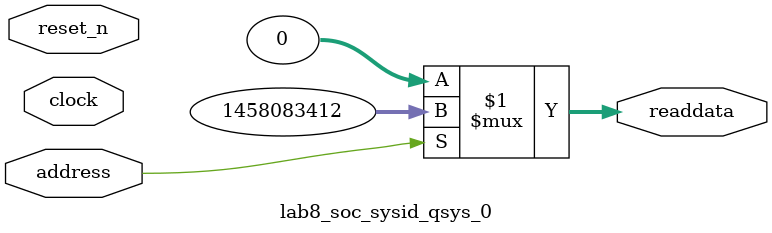
<source format=v>

`timescale 1ns / 1ps
// synthesis translate_on

// turn off superfluous verilog processor warnings 
// altera message_level Level1 
// altera message_off 10034 10035 10036 10037 10230 10240 10030 

module lab8_soc_sysid_qsys_0 (
               // inputs:
                address,
                clock,
                reset_n,

               // outputs:
                readdata
             )
;

  output  [ 31: 0] readdata;
  input            address;
  input            clock;
  input            reset_n;

  wire    [ 31: 0] readdata;
  //control_slave, which is an e_avalon_slave
  assign readdata = address ? 1458083412 : 0;

endmodule




</source>
